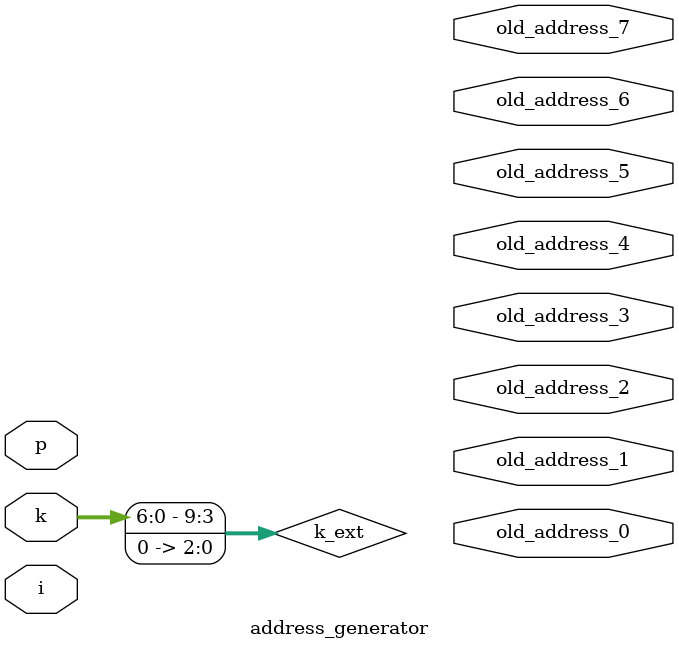
<source format=v>
module address_generator(
    input [6:0] k,//max = 127
    input [6:0] i,//max = 127
	input [3:0] p,//max = 9
    output wire [9:0] old_address_0,old_address_1,old_address_2,
    output wire [9:0] old_address_3,old_address_4,old_address_5,
    output wire [9:0] old_address_6,old_address_7);

    reg [9:0] old_address_0_reg,old_address_1_reg,old_address_2_reg;
    reg [9:0] old_address_3_reg,old_address_4_reg,old_address_5_reg;
    reg [9:0] old_address_6_reg,old_address_7_reg;
    
    wire [9:0] k_ext;
    wire [9:0] J;
    wire [9:0] base_addr;
    
    assign k_ext = k << 3;
    assign J = 1 << p;
    assign base_addr = ((k << 1) << p) + (i << 2);
    
    always@(*)
    begin
      if(p > 1)
        old_address_0_reg = base_addr;
      else
        old_address_0_reg = k_ext;
    end
    
    always@(*)
    begin
      if(p == 0)
        old_address_2_reg = k_ext + 2;
      else if(p == 1)
        old_address_2_reg = k_ext + 1;
      else
        old_address_2_reg = base_addr + 1;
    end
    
    always@(*)
    begin
      if(p > 1)
        old_address_4_reg = base_addr + 2;
      else
        old_address_4_reg = k_ext + 4;
    end
    
    always@(*)
    begin
      if(p == 0)
        old_address_6_reg = k_ext + 6;
      else if(p == 1)
        old_address_6_reg = k_ext + 5;
      else
        old_address_6_reg = base_addr + 3;
    end
    
    always@(*)
    begin
      case(p)
      0: old_address_1_reg = k_ext + 1;
      1: old_address_1_reg = k_ext + 2;
      2: old_address_1_reg = {old_address_0_reg[9:3],1'b1,old_address_0_reg[1:0]};
      3: old_address_1_reg = {old_address_0_reg[9:4],1'b1,old_address_0_reg[2:0]};
      4: old_address_1_reg = {old_address_0_reg[9:5],1'b1,old_address_0_reg[3:0]};
      5: old_address_1_reg = {old_address_0_reg[9:6],1'b1,old_address_0_reg[4:0]};
      6: old_address_1_reg = {old_address_0_reg[9:7],1'b1,old_address_0_reg[5:0]};
      7: old_address_1_reg = {old_address_0_reg[9:8],1'b1,old_address_0_reg[6:0]};
      8: old_address_1_reg = {old_address_0_reg[9],1'b1,old_address_0_reg[7:0]};
      9: old_address_1_reg = {1'b1,old_address_0_reg[8:0]};
      default: old_address_1_reg = 0;
      endcase
    end
    
    always@(*)
    begin
      case(p)
      0: old_address_3_reg = k_ext + 3;
      1: old_address_3_reg = k_ext + 3;
      2: old_address_3_reg = {old_address_2_reg[9:3],1'b1,old_address_2_reg[1:0]};
      3: old_address_3_reg = {old_address_2_reg[9:4],1'b1,old_address_2_reg[2:0]};
      4: old_address_3_reg = {old_address_2_reg[9:5],1'b1,old_address_2_reg[3:0]};
      5: old_address_3_reg = {old_address_2_reg[9:6],1'b1,old_address_2_reg[4:0]};
      6: old_address_3_reg = {old_address_2_reg[9:7],1'b1,old_address_2_reg[5:0]};
      7: old_address_3_reg = {old_address_2_reg[9:8],1'b1,old_address_2_reg[6:0]};
      8: old_address_3_reg = {old_address_2_reg[9],1'b1,old_address_2_reg[7:0]};
      9: old_address_3_reg = {1'b1,old_address_2_reg[8:0]};
      default: old_address_3_reg = 0;
      endcase
    end
    
    always@(*)
    begin
      case(p)
      0: old_address_5_reg = k_ext + 5;
      1: old_address_5_reg = k_ext + 6;
      2: old_address_5_reg = {old_address_4_reg[9:3],1'b1,old_address_4_reg[1:0]};
      3: old_address_5_reg = {old_address_4_reg[9:4],1'b1,old_address_4_reg[2:0]};
      4: old_address_5_reg = {old_address_4_reg[9:5],1'b1,old_address_4_reg[3:0]};
      5: old_address_5_reg = {old_address_4_reg[9:6],1'b1,old_address_4_reg[4:0]};
      6: old_address_5_reg = {old_address_4_reg[9:7],1'b1,old_address_4_reg[5:0]};
      7: old_address_5_reg = {old_address_4_reg[9:8],1'b1,old_address_4_reg[6:0]};
      8: old_address_5_reg = {old_address_4_reg[9],1'b1,old_address_4_reg[7:0]};
      9: old_address_5_reg = {1'b1,old_address_4_reg[8:0]};
      default: old_address_5_reg = 0;
      endcase
    end
    
    always@(*)
    begin
      case(p)
      0: old_address_7_reg = k_ext + 7;
      1: old_address_7_reg = k_ext + 7;
      2: old_address_7_reg = {old_address_6_reg[9:3],1'b1,old_address_6_reg[1:0]};
      3: old_address_7_reg = {old_address_6_reg[9:4],1'b1,old_address_6_reg[2:0]};
      4: old_address_7_reg = {old_address_6_reg[9:5],1'b1,old_address_6_reg[3:0]};
      5: old_address_7_reg = {old_address_6_reg[9:6],1'b1,old_address_6_reg[4:0]};
      6: old_address_7_reg = {old_address_6_reg[9:7],1'b1,old_address_6_reg[5:0]};
      7: old_address_7_reg = {old_address_6_reg[9:8],1'b1,old_address_6_reg[6:0]};
      8: old_address_7_reg = {old_address_6_reg[9],1'b1,old_address_6_reg[7:0]};
      9: old_address_7_reg = {1'b1,old_address_6_reg[8:0]};
      default: old_address_7_reg = 0;
      endcase
    end
endmodule
</source>
